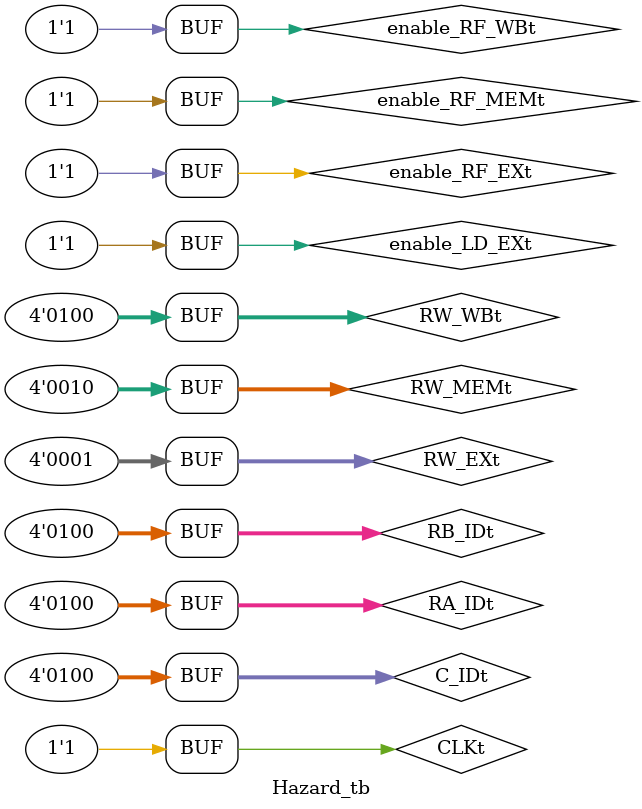
<source format=v>
module Hazard(//10 entradas y 5 salidas
input [3:0]RW_EX, //Devuelve el registro destino desde
input [3:0]RW_MEM,
input [3:0]RW_WB,
input [3:0]RA_ID,
input [3:0]RB_ID,
input [3:0]C_ID,//Store case, still not in use
input enable_LD_EX,
input enable_RF_EX,
input enable_RF_MEM,
input enable_RF_WB,
input CLK,
output reg [1:0] ISA,
output reg [1:0] ISB,
output reg [1:0] ISD,
output reg C_Unit_MUX,
output reg HZld,
output reg IF_ID_ld
);
//RN y RM en ID es igual a RD en EX,MEM o RW, Data forward el RD a ID
//En una intruccion de LOAD, si RN y RM en ID es igual a RD en EX, has un NOP. si es igual en MEM o WB, data forward RD a ID.

always@(posedge CLK)begin //Fix clock posedge CLK synchronize 
    ISA = 2'b00;
    ISB = 2'b00;
    ISD = 2'b00;
    C_Unit_MUX = 1'b1;
    HZld = 1'b1;
    IF_ID_ld = 1'b1;
    //Data Hazard load
    if(enable_LD_EX) 
    begin
        if(RW_EX==RA_ID||RW_EX==RB_ID)
        begin
            HZld = 1'b0;
            IF_ID_ld = 1'b0;
            C_Unit_MUX = 1'b0;
        end
    end
    //Data Forwarding
    if(enable_RF_WB)
    begin
        if(RW_WB==RA_ID)
        begin
            ISA = 2'b11;
        end
        if(RW_WB==RB_ID)
        begin
            ISB = 2'b11;
        end
        if(C_ID==RW_WB)//Forwarding Store
        begin
            ISD= 2'b11;
        end
    end
    if(enable_RF_MEM)
    begin
        if(RW_MEM==RA_ID)
        begin
            ISA = 2'b10;
        end
        if(RW_MEM==RB_ID)
        begin
            ISB = 2'b10;
        end
        if(C_ID==RW_MEM)//Forwarding Store
        begin
            ISD= 2'b10;
        end
    end
    if(enable_RF_EX)
    begin
        if(RW_EX==RA_ID)
        begin
            ISA = 2'b01;
        end
        if(RW_EX==RB_ID)
        begin
            ISB = 2'b01;
        end
        if(C_ID==RW_EX)//Forwarding Store
        begin
            ISD= 2'b01;
        end
    end
end
endmodule

module Hazard_tb;

reg [3:0]RW_EXt; //Devuelve el registro destino desde
reg [3:0]RW_MEMt;
reg [3:0]RW_WBt;
reg [3:0]RA_IDt;
reg [3:0]RB_IDt;
reg [3:0]C_IDt;//Store case, still not in use
reg enable_LD_EXt;
reg enable_RF_EXt;
reg enable_RF_MEMt;
reg enable_RF_WBt;
reg CLKt;
wire [1:0] ISAt;
wire [1:0] ISBt;
wire [1:0] ISDt;
wire C_Unit_MUXt;
wire HZldt;
wire IF_ID_ldt;

Hazard tst(RW_EXt,RW_MEMt,RW_WBt,RA_IDt,RB_IDt,C_IDt,enable_LD_EXt,enable_RF_EXt,enable_RF_MEMt,enable_RF_WBt,CLKt,ISAt,ISBt,ISDt,C_Unit_MUXt,HZldt,IF_ID_ldt);

initial 
begin
    CLKt=1;
    $monitor ("| ISA=%b | ISAB=%b | ISAD=%b | C_Unit_MUX=%b | HZLD=%b | IF_ID_ld=%b |", ISAt,ISBt,ISDt,C_Unit_MUXt,HZldt,IF_ID_ldt);
    $display ("*******************************************************************");
    $display ("|Test Normal MUX 00                                               |");//no forwarding
    $display ("|                                                                 |");
    C_IDt =4'b0000;
    RW_EXt=4'b0001;
    RW_MEMt=4'b0010;
    RW_WBt=4'b0011;
    RA_IDt=4'b0100;
    RB_IDt=4'b0100;
    enable_LD_EXt=1'b1;
    enable_RF_EXt=1'b1;
    enable_RF_MEMt=1'b1;
    enable_RF_WBt=1'b1;
    repeat (2) 
        #10 CLKt=~CLKt;
    #10;
    $display ("*******************************************************************");
    $display ("|Test EX MUX 01 && Load NOP                                       |");
    $display ("|                                                                 |");
    #10;
    C_IDt =4'b0100;
    RW_EXt=4'b0100;
    repeat (2) 
        #10 CLKt=~CLKt;
    #10;
    $display ("*******************************************************************");
    $display ("|Test MEM MUX 10                                                  |");
    $display ("|                                                                 |");
    #10;
    RW_EXt=4'b0001;
    RW_MEMt=4'b0100;
    repeat (2) 
        #10 CLKt=~CLKt;
    #10;
    $display ("*******************************************************************");
    $display ("|Test WB MUX 11                                                   |");
    $display ("|                                                                 |");
    #10;
    RW_MEMt=4'b0010;
    RW_WBt=4'b0100;
    repeat (2) 
        #10 CLKt=~CLKt;
    #10;
    $display ("*******************************************************************");
end

endmodule
</source>
